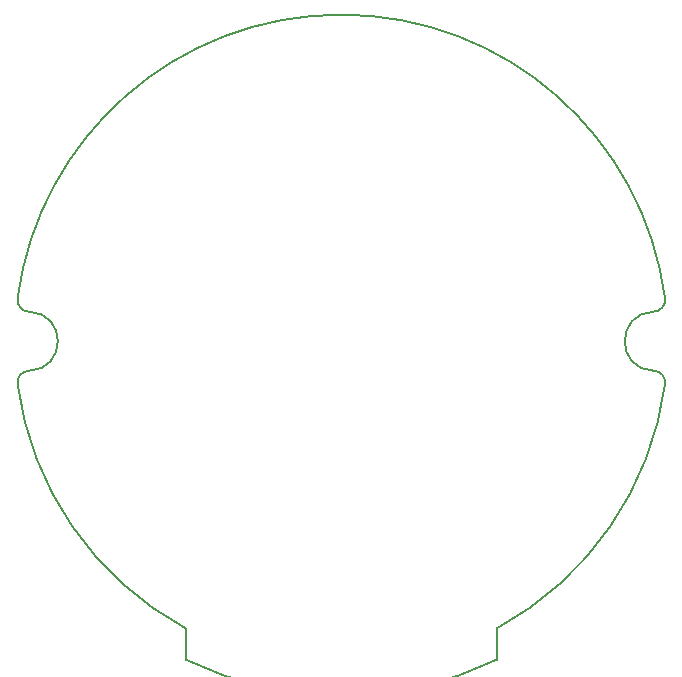
<source format=gm1>
%TF.GenerationSoftware,KiCad,Pcbnew,8.0.2-8.0.2-0~ubuntu22.04.1*%
%TF.CreationDate,2024-05-26T19:12:25+02:00*%
%TF.ProjectId,omodri_sa_laas,6f6d6f64-7269-45f7-9361-5f6c6161732e,1.0*%
%TF.SameCoordinates,Original*%
%TF.FileFunction,Profile,NP*%
%FSLAX46Y46*%
G04 Gerber Fmt 4.6, Leading zero omitted, Abs format (unit mm)*
G04 Created by KiCad (PCBNEW 8.0.2-8.0.2-0~ubuntu22.04.1) date 2024-05-26 19:12:25*
%MOMM*%
%LPD*%
G01*
G04 APERTURE LIST*
%TA.AperFunction,Profile*%
%ADD10C,0.200000*%
%TD*%
G04 APERTURE END LIST*
D10*
X163150000Y-146964375D02*
G75*
G02*
X136850000Y-146964375I-13150000J26964375D01*
G01*
X123557648Y-117500664D02*
G75*
G02*
X123557648Y-122499336I-57648J-2499336D01*
G01*
X176442352Y-122499334D02*
G75*
G02*
X176442352Y-117500666I57648J2499334D01*
G01*
X123557648Y-117500664D02*
G75*
G02*
X122589420Y-116369639I23152J999764D01*
G01*
X122589364Y-116369632D02*
G75*
G02*
X177410636Y-116369632I27410636J-3630366D01*
G01*
X136850000Y-144322827D02*
G75*
G02*
X122589366Y-123630366I13150000J24322827D01*
G01*
X177410636Y-116369632D02*
G75*
G02*
X176442351Y-117500623I-991336J-131268D01*
G01*
X177410636Y-123630366D02*
G75*
G02*
X163150001Y-144322829I-27410636J3630366D01*
G01*
X163150000Y-144322828D02*
X163150000Y-146964375D01*
X136850000Y-146964374D02*
X136850000Y-144322827D01*
X122589364Y-123630366D02*
G75*
G02*
X123557649Y-122499377I991336J131266D01*
G01*
X176442352Y-122499334D02*
G75*
G02*
X177410678Y-123630372I-23052J-999766D01*
G01*
M02*

</source>
